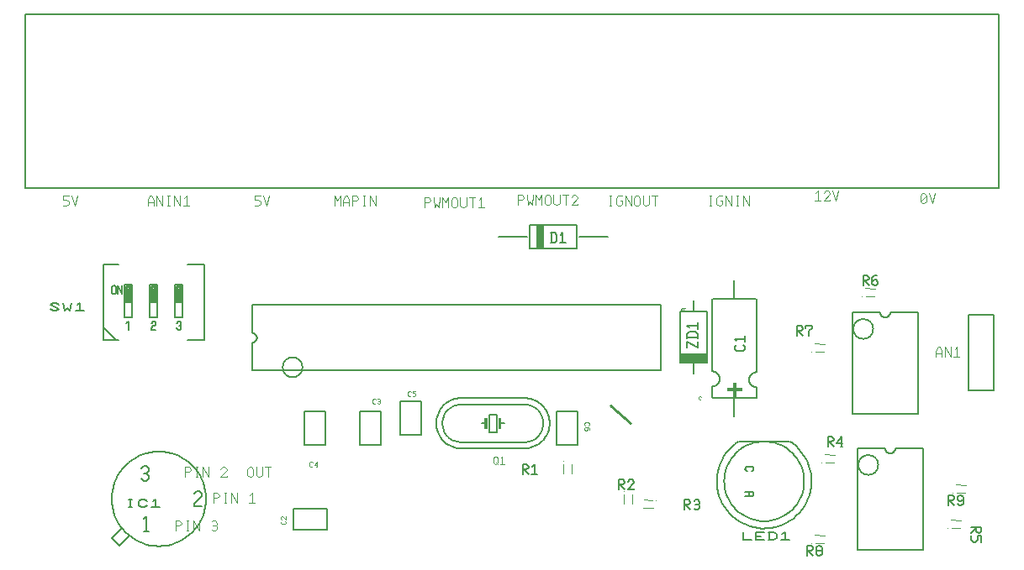
<source format=gto>
G04 Generated by Ultiboard 13.0 *
%FSLAX25Y25*%
%MOIN*%

%ADD10C,0.00001*%
%ADD11C,0.00800*%
%ADD12C,0.00463*%
%ADD13C,0.00591*%
%ADD14C,0.00394*%
%ADD15C,0.00219*%
%ADD16C,0.01000*%
%ADD17C,0.00004*%
%ADD18C,0.00612*%
%ADD19C,0.00367*%
%ADD20C,0.00787*%
%ADD21C,0.00005*%
%ADD22C,0.00189*%
%ADD23C,0.00100*%


G04 ColorRGB FFFF00 for the following layer *
%LNSilkscreen Top*%
%LPD*%
G54D10*
G54D11*
X146898Y171008D02*
X309102Y171008D01*
X309102Y196992D01*
X146898Y196992D01*
X159063Y172253D02*
G75*
D01*
G02X159063Y172253I3937J0*
G01*
X146898Y182031D02*
X147069Y182039D01*
X147239Y182061D01*
X147407Y182099D01*
X147571Y182150D01*
X147730Y182216D01*
X147882Y182295D01*
X148027Y182387D01*
X148163Y182492D01*
X148290Y182608D01*
X148406Y182735D01*
X148510Y182871D01*
X148602Y183016D01*
X148682Y183168D01*
X148747Y183327D01*
X148799Y183491D01*
X148836Y183658D01*
X148859Y183828D01*
X148866Y184000D01*
X148859Y184172D01*
X148836Y184342D01*
X148799Y184509D01*
X148747Y184673D01*
X148682Y184832D01*
X148602Y184984D01*
X148510Y185129D01*
X148406Y185265D01*
X148290Y185392D01*
X148163Y185508D01*
X148027Y185613D01*
X147882Y185705D01*
X147730Y185784D01*
X147571Y185850D01*
X147407Y185901D01*
X147239Y185939D01*
X147069Y185961D01*
X146898Y185969D01*
X146898Y196992D02*
X146898Y185969D01*
X146898Y182031D02*
X146898Y171008D01*
X254917Y160000D02*
X229917Y160000D01*
X254917Y157500D02*
X229917Y157500D01*
X254917Y142500D02*
X229917Y142500D01*
X254917Y140000D02*
X229917Y140000D01*
X243917Y153500D02*
X240917Y153500D01*
X240917Y146500D02*
X243917Y146500D01*
X254917Y140000D02*
X255788Y140038D01*
X256653Y140152D01*
X257505Y140341D01*
X258337Y140603D01*
X259143Y140937D01*
X259917Y141340D01*
X260652Y141808D01*
X261344Y142340D01*
X261988Y142929D01*
X262577Y143572D01*
X263108Y144264D01*
X263577Y145000D01*
X263980Y145774D01*
X264313Y146580D01*
X264576Y147412D01*
X264765Y148264D01*
X264878Y149128D01*
X264917Y150000D01*
X264878Y150872D01*
X264765Y151736D01*
X264576Y152588D01*
X264313Y153420D01*
X263980Y154226D01*
X263577Y155000D01*
X263108Y155736D01*
X262577Y156428D01*
X261988Y157071D01*
X261344Y157660D01*
X260652Y158192D01*
X259917Y158660D01*
X259143Y159063D01*
X258337Y159397D01*
X257505Y159659D01*
X256653Y159848D01*
X255788Y159962D01*
X254917Y160000D01*
X254917Y160000D01*
X254917Y142500D02*
X255570Y142529D01*
X256219Y142614D01*
X256858Y142756D01*
X257482Y142952D01*
X258086Y143203D01*
X258667Y143505D01*
X259218Y143856D01*
X259737Y144255D01*
X260220Y144697D01*
X260662Y145179D01*
X261060Y145698D01*
X261412Y146250D01*
X261714Y146830D01*
X261964Y147435D01*
X262161Y148059D01*
X262303Y148698D01*
X262388Y149346D01*
X262417Y150000D01*
X262388Y150654D01*
X262303Y151302D01*
X262161Y151941D01*
X261964Y152565D01*
X261714Y153170D01*
X261412Y153750D01*
X261060Y154302D01*
X260662Y154821D01*
X260220Y155303D01*
X259737Y155745D01*
X259218Y156144D01*
X258667Y156495D01*
X258086Y156797D01*
X257482Y157048D01*
X256858Y157244D01*
X256219Y157386D01*
X255570Y157471D01*
X254917Y157500D01*
X254917Y157500D01*
X243917Y146500D02*
X243917Y153500D01*
X244917Y152000D02*
X244917Y148000D01*
X245417Y148000D02*
X245417Y152000D01*
X245417Y150000D02*
X246917Y150000D01*
X229917Y160000D02*
X229045Y159962D01*
X228180Y159848D01*
X227328Y159659D01*
X226496Y159397D01*
X225690Y159063D01*
X224917Y158660D01*
X224181Y158192D01*
X223489Y157660D01*
X222845Y157071D01*
X222256Y156428D01*
X221725Y155736D01*
X221256Y155000D01*
X220853Y154226D01*
X220520Y153420D01*
X220257Y152588D01*
X220068Y151736D01*
X219955Y150872D01*
X219917Y150000D01*
X219955Y149128D01*
X220068Y148264D01*
X220257Y147412D01*
X220520Y146580D01*
X220853Y145774D01*
X221256Y145000D01*
X221725Y144264D01*
X222256Y143572D01*
X222845Y142929D01*
X223489Y142340D01*
X224181Y141808D01*
X224917Y141340D01*
X225690Y140937D01*
X226496Y140603D01*
X227328Y140341D01*
X228180Y140152D01*
X229045Y140038D01*
X229917Y140000D01*
X229917Y140000D01*
X229917Y157500D02*
X229263Y157471D01*
X228614Y157386D01*
X227975Y157244D01*
X227351Y157048D01*
X226747Y156797D01*
X226167Y156495D01*
X225615Y156144D01*
X225096Y155745D01*
X224613Y155303D01*
X224171Y154821D01*
X223773Y154302D01*
X223421Y153750D01*
X223119Y153170D01*
X222869Y152565D01*
X222672Y151941D01*
X222530Y151302D01*
X222445Y150654D01*
X222417Y150000D01*
X222445Y149346D01*
X222530Y148698D01*
X222672Y148059D01*
X222869Y147435D01*
X223119Y146830D01*
X223421Y146250D01*
X223773Y145698D01*
X224171Y145179D01*
X224613Y144697D01*
X225096Y144255D01*
X225615Y143856D01*
X226167Y143505D01*
X226747Y143203D01*
X227351Y142952D01*
X227975Y142756D01*
X228614Y142614D01*
X229263Y142529D01*
X229917Y142500D01*
X229917Y142500D01*
X240917Y146500D02*
X240917Y153500D01*
X239917Y148000D02*
X239917Y152000D01*
X239417Y148000D02*
X239417Y152000D01*
X239417Y150000D02*
X237917Y150000D01*
X327315Y194512D02*
X316685Y194512D01*
X316685Y174039D02*
X327315Y174039D01*
X322000Y174000D02*
X322000Y169906D01*
X322000Y194709D02*
X322000Y198646D01*
X327315Y174039D02*
X327315Y194512D01*
X316685Y194512D02*
X316685Y174039D01*
X347055Y160205D02*
X329732Y160205D01*
X329732Y199575D02*
X346661Y199575D01*
X338000Y159937D02*
X338000Y152724D01*
X338000Y206661D02*
X338000Y199575D01*
X347055Y170835D02*
X347055Y199575D01*
X347012Y164315D02*
X347012Y160315D01*
X347012Y170315D02*
X346750Y170304D01*
X346491Y170269D01*
X346235Y170213D01*
X345986Y170134D01*
X345744Y170034D01*
X345512Y169913D01*
X345291Y169772D01*
X345083Y169613D01*
X344890Y169436D01*
X344714Y169243D01*
X344554Y169036D01*
X344414Y168815D01*
X344293Y168583D01*
X344193Y168341D01*
X344114Y168091D01*
X344057Y167836D01*
X344023Y167576D01*
X344012Y167315D01*
X344023Y167053D01*
X344057Y166794D01*
X344114Y166539D01*
X344193Y166289D01*
X344293Y166047D01*
X344414Y165815D01*
X344554Y165594D01*
X344714Y165387D01*
X344890Y165194D01*
X345083Y165017D01*
X345291Y164858D01*
X345512Y164717D01*
X345744Y164596D01*
X345986Y164496D01*
X346235Y164417D01*
X346491Y164361D01*
X346750Y164326D01*
X347012Y164315D01*
X329339Y170835D02*
X329339Y199575D01*
X329339Y160535D02*
X329339Y164535D01*
X329339Y164685D02*
X329600Y164696D01*
X329860Y164731D01*
X330115Y164787D01*
X330365Y164866D01*
X330606Y164966D01*
X330839Y165087D01*
X331059Y165228D01*
X331267Y165387D01*
X331460Y165564D01*
X331637Y165757D01*
X331796Y165964D01*
X331937Y166185D01*
X332058Y166417D01*
X332158Y166659D01*
X332236Y166909D01*
X332293Y167164D01*
X332327Y167424D01*
X332339Y167685D01*
X332327Y167947D01*
X332293Y168206D01*
X332236Y168461D01*
X332158Y168711D01*
X332058Y168953D01*
X331937Y169185D01*
X331796Y169406D01*
X331637Y169613D01*
X331460Y169806D01*
X331267Y169983D01*
X331059Y170142D01*
X330839Y170283D01*
X330606Y170404D01*
X330365Y170504D01*
X330115Y170583D01*
X329860Y170639D01*
X329600Y170674D01*
X329339Y170685D01*
X341556Y106702D02*
X341556Y103726D01*
X344889Y103726D01*
X349889Y103726D02*
X346556Y103726D01*
X346556Y105214D01*
X346556Y106702D01*
X349889Y106702D01*
X346556Y105214D02*
X348778Y105214D01*
X351556Y103726D02*
X353778Y103726D01*
X354889Y104321D01*
X354889Y106107D01*
X353778Y106702D01*
X351556Y106702D01*
X352111Y106702D02*
X352111Y103726D01*
X357111Y106107D02*
X358222Y106702D01*
X358222Y103726D01*
X356556Y103726D02*
X359889Y103726D01*
X339788Y142725D02*
X338456Y141775D01*
X337213Y140713D01*
X336066Y139546D01*
X335026Y138284D01*
X334099Y136936D01*
X333294Y135512D01*
X332615Y134024D01*
X332069Y132482D01*
X331660Y130898D01*
X331390Y129285D01*
X331261Y127654D01*
X331276Y126019D01*
X331432Y124391D01*
X331731Y122782D01*
X332168Y121206D01*
X332741Y119674D01*
X333445Y118197D01*
X334275Y116788D01*
X335225Y115456D01*
X336287Y114213D01*
X337454Y113066D01*
X338716Y112026D01*
X340064Y111099D01*
X341488Y110294D01*
X342976Y109615D01*
X344518Y109069D01*
X346102Y108660D01*
X347715Y108390D01*
X349346Y108261D01*
X350981Y108276D01*
X352609Y108432D01*
X354218Y108731D01*
X355794Y109168D01*
X357326Y109741D01*
X358803Y110445D01*
X360212Y111275D01*
X361544Y112225D01*
X362787Y113287D01*
X363934Y114454D01*
X364974Y115716D01*
X365901Y117064D01*
X366706Y118488D01*
X367385Y119976D01*
X367931Y121518D01*
X368340Y123102D01*
X368610Y124715D01*
X368739Y126346D01*
X368724Y127981D01*
X368568Y129609D01*
X368269Y131218D01*
X367832Y132794D01*
X367259Y134326D01*
X366555Y135803D01*
X365725Y137212D01*
X364775Y138544D01*
X363713Y139787D01*
X362546Y140934D01*
X361284Y141974D01*
X360212Y142725D01*
X350000Y111167D02*
X351380Y111227D01*
X352749Y111407D01*
X354098Y111706D01*
X355415Y112122D01*
X356691Y112650D01*
X357917Y113288D01*
X359082Y114030D01*
X360177Y114871D01*
X361196Y115804D01*
X362129Y116823D01*
X362970Y117918D01*
X363712Y119083D01*
X364350Y120309D01*
X364878Y121585D01*
X365294Y122902D01*
X365593Y124251D01*
X365773Y125620D01*
X365833Y127000D01*
X365773Y128380D01*
X365593Y129749D01*
X365294Y131098D01*
X364878Y132415D01*
X364350Y133691D01*
X363712Y134917D01*
X362970Y136082D01*
X362129Y137177D01*
X361196Y138196D01*
X360177Y139129D01*
X359082Y139970D01*
X357917Y140712D01*
X356691Y141350D01*
X355415Y141878D01*
X354098Y142294D01*
X352749Y142593D01*
X351380Y142773D01*
X350000Y142833D01*
X348620Y142773D01*
X347251Y142593D01*
X345902Y142294D01*
X344585Y141878D01*
X343309Y141350D01*
X342083Y140712D01*
X340918Y139970D01*
X339823Y139129D01*
X338804Y138196D01*
X337871Y137177D01*
X337030Y136082D01*
X336288Y134917D01*
X335650Y133691D01*
X335122Y132415D01*
X334706Y131098D01*
X334407Y129749D01*
X334227Y128380D01*
X334167Y127000D01*
X334227Y125620D01*
X334407Y124251D01*
X334706Y122902D01*
X335122Y121585D01*
X335650Y120309D01*
X336288Y119083D01*
X337030Y117918D01*
X337871Y116823D01*
X338804Y115804D01*
X339823Y114871D01*
X340918Y114030D01*
X342083Y113288D01*
X343309Y112650D01*
X344585Y112122D01*
X345902Y111706D01*
X347251Y111407D01*
X348620Y111227D01*
X350000Y111167D01*
X344167Y122833D02*
X344167Y121167D01*
X345000Y121167D02*
X345073Y121170D01*
X345145Y121179D01*
X345216Y121195D01*
X345285Y121217D01*
X345352Y121245D01*
X345417Y121278D01*
X345478Y121317D01*
X345536Y121362D01*
X345589Y121411D01*
X345638Y121464D01*
X345683Y121522D01*
X345722Y121583D01*
X345755Y121648D01*
X345783Y121715D01*
X345805Y121784D01*
X345821Y121855D01*
X345830Y121927D01*
X345833Y122000D01*
X345830Y122073D01*
X345821Y122145D01*
X345805Y122216D01*
X345783Y122285D01*
X345755Y122352D01*
X345722Y122417D01*
X345683Y122478D01*
X345638Y122536D01*
X345589Y122589D01*
X345536Y122638D01*
X345478Y122683D01*
X345417Y122722D01*
X345352Y122755D01*
X345285Y122783D01*
X345216Y122805D01*
X345145Y122821D01*
X345073Y122830D01*
X345000Y122833D01*
X360000Y142833D02*
X340000Y142833D01*
X342500Y122833D02*
X345000Y122833D01*
X343333Y132833D02*
X343261Y132830D01*
X343189Y132821D01*
X343118Y132805D01*
X343048Y132783D01*
X342981Y132755D01*
X342917Y132722D01*
X342855Y132683D01*
X342798Y132638D01*
X342744Y132589D01*
X342695Y132536D01*
X342651Y132478D01*
X342612Y132417D01*
X342578Y132352D01*
X342550Y132285D01*
X342529Y132216D01*
X342513Y132145D01*
X342503Y132073D01*
X342500Y132000D01*
X342503Y131927D01*
X342513Y131855D01*
X342529Y131784D01*
X342550Y131715D01*
X342578Y131648D01*
X342612Y131583D01*
X342651Y131522D01*
X342695Y131464D01*
X342744Y131411D01*
X342798Y131362D01*
X342855Y131317D01*
X342917Y131278D01*
X342981Y131245D01*
X343048Y131217D01*
X343118Y131195D01*
X343189Y131179D01*
X343261Y131170D01*
X343333Y131167D01*
X343333Y131167D01*
X343333Y132833D02*
X345000Y132833D01*
X345000Y131167D02*
X345073Y131170D01*
X345145Y131179D01*
X345216Y131195D01*
X345285Y131217D01*
X345352Y131245D01*
X345417Y131278D01*
X345478Y131317D01*
X345536Y131362D01*
X345589Y131411D01*
X345638Y131464D01*
X345683Y131522D01*
X345722Y131583D01*
X345755Y131648D01*
X345783Y131715D01*
X345805Y131784D01*
X345821Y131855D01*
X345830Y131927D01*
X345833Y132000D01*
X345830Y132073D01*
X345821Y132145D01*
X345805Y132216D01*
X345783Y132285D01*
X345755Y132352D01*
X345722Y132417D01*
X345683Y132478D01*
X345638Y132536D01*
X345589Y132589D01*
X345536Y132638D01*
X345478Y132683D01*
X345417Y132722D01*
X345352Y132755D01*
X345285Y132783D01*
X345216Y132805D01*
X345145Y132821D01*
X345073Y132830D01*
X345000Y132833D01*
X342500Y121167D02*
X345000Y121167D01*
X387008Y140079D02*
X387008Y99921D01*
X412992Y99921D01*
X412992Y140079D01*
X387348Y133468D02*
G75*
D01*
G02X387348Y133468I3937J0*
G01*
X398031Y140079D02*
X398039Y139907D01*
X398061Y139737D01*
X398099Y139569D01*
X398150Y139405D01*
X398216Y139247D01*
X398295Y139094D01*
X398387Y138950D01*
X398492Y138813D01*
X398608Y138687D01*
X398735Y138571D01*
X398871Y138466D01*
X399016Y138374D01*
X399168Y138295D01*
X399327Y138229D01*
X399491Y138177D01*
X399658Y138140D01*
X399828Y138118D01*
X400000Y138110D01*
X400172Y138118D01*
X400342Y138140D01*
X400509Y138177D01*
X400673Y138229D01*
X400832Y138295D01*
X400984Y138374D01*
X401129Y138466D01*
X401265Y138571D01*
X401392Y138687D01*
X401508Y138813D01*
X401613Y138950D01*
X401705Y139094D01*
X401784Y139247D01*
X401850Y139405D01*
X401901Y139569D01*
X401939Y139737D01*
X401961Y139907D01*
X401969Y140079D01*
X412992Y140079D02*
X401969Y140079D01*
X398031Y140079D02*
X387008Y140079D01*
X385008Y194079D02*
X385008Y153921D01*
X410992Y153921D01*
X410992Y194079D01*
X385348Y187468D02*
G75*
D01*
G02X385348Y187468I3937J0*
G01*
X396031Y194079D02*
X396039Y193907D01*
X396061Y193737D01*
X396099Y193569D01*
X396150Y193405D01*
X396216Y193247D01*
X396295Y193094D01*
X396387Y192950D01*
X396492Y192813D01*
X396608Y192687D01*
X396735Y192571D01*
X396871Y192466D01*
X397016Y192374D01*
X397168Y192295D01*
X397327Y192229D01*
X397491Y192177D01*
X397658Y192140D01*
X397828Y192118D01*
X398000Y192110D01*
X398172Y192118D01*
X398342Y192140D01*
X398509Y192177D01*
X398673Y192229D01*
X398832Y192295D01*
X398984Y192374D01*
X399129Y192466D01*
X399265Y192571D01*
X399392Y192687D01*
X399508Y192813D01*
X399613Y192950D01*
X399705Y193094D01*
X399784Y193247D01*
X399850Y193405D01*
X399901Y193569D01*
X399939Y193737D01*
X399961Y193907D01*
X399969Y194079D01*
X410992Y194079D02*
X399969Y194079D01*
X396031Y194079D02*
X385008Y194079D01*
X57087Y243472D02*
X442913Y243472D01*
X442913Y312528D01*
X57087Y312528D01*
X57087Y243472D01*
X431000Y193000D02*
X431000Y163000D01*
X441000Y163000D01*
X441000Y193000D01*
X431000Y193000D01*
X67056Y195321D02*
X68167Y194726D01*
X69278Y194726D01*
X70389Y195321D01*
X67056Y197107D01*
X68167Y197702D01*
X69278Y197702D01*
X70389Y197107D01*
X72056Y197702D02*
X72611Y194726D01*
X73722Y195917D01*
X74833Y194726D01*
X75389Y197702D01*
X77611Y197107D02*
X78722Y197702D01*
X78722Y194726D01*
X77056Y194726D02*
X80389Y194726D01*
X98000Y199000D02*
X98000Y203500D01*
X98000Y187167D02*
X98000Y190500D01*
X97167Y189667D01*
X96500Y192000D02*
X99500Y192000D01*
X97000Y198000D02*
X99000Y198000D01*
X97000Y198500D02*
X98500Y198500D01*
X97500Y199000D02*
X98000Y199000D01*
X99500Y205000D02*
X96500Y205000D01*
X99000Y204500D02*
X97000Y204500D01*
X98500Y204000D02*
X97500Y204000D01*
X94167Y213000D02*
X88000Y213000D01*
X88000Y183000D01*
X96500Y205000D02*
X96500Y192000D01*
X88000Y183000D02*
X94167Y183000D01*
X88000Y188000D02*
X93000Y183000D01*
X93000Y203833D02*
X92997Y203906D01*
X92987Y203978D01*
X92971Y204049D01*
X92950Y204118D01*
X92922Y204186D01*
X92888Y204250D01*
X92849Y204311D01*
X92805Y204369D01*
X92756Y204423D01*
X92702Y204472D01*
X92645Y204516D01*
X92583Y204555D01*
X92519Y204589D01*
X92452Y204617D01*
X92382Y204638D01*
X92311Y204654D01*
X92239Y204664D01*
X92167Y204667D01*
X92094Y204664D01*
X92022Y204654D01*
X91951Y204638D01*
X91882Y204617D01*
X91814Y204589D01*
X91750Y204555D01*
X91689Y204516D01*
X91631Y204472D01*
X91577Y204423D01*
X91528Y204369D01*
X91484Y204311D01*
X91445Y204250D01*
X91411Y204186D01*
X91383Y204118D01*
X91362Y204049D01*
X91346Y203978D01*
X91336Y203906D01*
X91333Y203833D01*
X91333Y202167D02*
X91336Y202094D01*
X91346Y202022D01*
X91362Y201951D01*
X91383Y201882D01*
X91411Y201814D01*
X91445Y201750D01*
X91484Y201689D01*
X91528Y201631D01*
X91577Y201577D01*
X91631Y201528D01*
X91689Y201484D01*
X91750Y201445D01*
X91814Y201411D01*
X91882Y201383D01*
X91951Y201362D01*
X92022Y201346D01*
X92094Y201336D01*
X92167Y201333D01*
X92239Y201336D01*
X92311Y201346D01*
X92382Y201362D01*
X92452Y201383D01*
X92519Y201411D01*
X92583Y201445D01*
X92645Y201484D01*
X92702Y201528D01*
X92756Y201577D01*
X92805Y201631D01*
X92849Y201689D01*
X92888Y201750D01*
X92922Y201814D01*
X92950Y201882D01*
X92971Y201951D01*
X92987Y202022D01*
X92997Y202094D01*
X93000Y202167D01*
X91333Y202167D02*
X91333Y203833D01*
X97000Y204500D02*
X97000Y198500D01*
X97500Y204000D02*
X97500Y199000D01*
X95500Y204667D02*
X95500Y201333D01*
X93833Y201333D02*
X93833Y204667D01*
X95500Y201333D02*
X93833Y204667D01*
X93000Y203833D02*
X93000Y202167D01*
X128000Y213000D02*
X121333Y213000D01*
X128000Y183000D02*
X128000Y213000D01*
X99500Y192000D02*
X99500Y205000D01*
X106500Y205000D02*
X106500Y192000D01*
X109500Y192000D02*
X109500Y205000D01*
X108000Y188833D02*
X107927Y188830D01*
X107855Y188821D01*
X107784Y188805D01*
X107715Y188783D01*
X107648Y188755D01*
X107583Y188722D01*
X107522Y188683D01*
X107464Y188638D01*
X107411Y188589D01*
X107362Y188536D01*
X107317Y188478D01*
X107278Y188417D01*
X107245Y188352D01*
X107217Y188285D01*
X107195Y188216D01*
X107179Y188145D01*
X107170Y188073D01*
X107167Y188000D01*
X108000Y188833D02*
X108073Y188836D01*
X108145Y188846D01*
X108216Y188862D01*
X108285Y188883D01*
X108352Y188911D01*
X108417Y188945D01*
X108478Y188984D01*
X108536Y189028D01*
X108589Y189077D01*
X108638Y189131D01*
X108683Y189189D01*
X108722Y189250D01*
X108755Y189314D01*
X108783Y189382D01*
X108805Y189451D01*
X108821Y189522D01*
X108830Y189594D01*
X108833Y189667D01*
X108830Y189739D01*
X108821Y189811D01*
X108805Y189882D01*
X108783Y189952D01*
X108755Y190019D01*
X108722Y190083D01*
X108683Y190145D01*
X108638Y190202D01*
X108589Y190256D01*
X108536Y190305D01*
X108478Y190349D01*
X108417Y190388D01*
X108352Y190422D01*
X108285Y190450D01*
X108216Y190471D01*
X108145Y190487D01*
X108073Y190497D01*
X108000Y190500D01*
X107927Y190497D01*
X107855Y190487D01*
X107784Y190471D01*
X107715Y190450D01*
X107648Y190422D01*
X107583Y190388D01*
X107522Y190349D01*
X107464Y190305D01*
X107411Y190256D01*
X107362Y190202D01*
X107317Y190145D01*
X107278Y190083D01*
X107245Y190019D01*
X107217Y189952D01*
X107195Y189882D01*
X107179Y189811D01*
X107170Y189739D01*
X107167Y189667D01*
X108833Y187167D02*
X107167Y187167D01*
X107167Y188000D01*
X106500Y192000D02*
X109500Y192000D01*
X107000Y204500D02*
X107000Y198500D01*
X107500Y204000D02*
X107500Y199000D01*
X107000Y198000D02*
X109000Y198000D01*
X107000Y198500D02*
X108500Y198500D01*
X107500Y199000D02*
X108000Y199000D01*
X109500Y205000D02*
X106500Y205000D01*
X109000Y204500D02*
X107000Y204500D01*
X108500Y204000D02*
X107500Y204000D01*
X99000Y198000D02*
X99000Y204500D01*
X98500Y198500D02*
X98500Y204000D01*
X109000Y198000D02*
X109000Y204500D01*
X108500Y198500D02*
X108500Y204000D01*
X108000Y199000D02*
X108000Y203500D01*
X119500Y192000D02*
X119500Y205000D01*
X116500Y205000D02*
X116500Y192000D01*
X121333Y183000D02*
X128000Y183000D01*
X116500Y192000D02*
X119500Y192000D01*
X117167Y188000D02*
X117170Y187927D01*
X117179Y187855D01*
X117195Y187784D01*
X117217Y187715D01*
X117245Y187648D01*
X117278Y187583D01*
X117317Y187522D01*
X117362Y187464D01*
X117411Y187411D01*
X117464Y187362D01*
X117522Y187317D01*
X117583Y187278D01*
X117648Y187245D01*
X117715Y187217D01*
X117784Y187195D01*
X117855Y187179D01*
X117927Y187170D01*
X118000Y187167D01*
X118073Y187170D01*
X118145Y187179D01*
X118216Y187195D01*
X118285Y187217D01*
X118352Y187245D01*
X118417Y187278D01*
X118478Y187317D01*
X118536Y187362D01*
X118589Y187411D01*
X118638Y187464D01*
X118683Y187522D01*
X118722Y187583D01*
X118755Y187648D01*
X118783Y187715D01*
X118805Y187784D01*
X118821Y187855D01*
X118830Y187927D01*
X118833Y188000D01*
X118830Y188073D01*
X118821Y188145D01*
X118805Y188216D01*
X118783Y188285D01*
X118755Y188352D01*
X118722Y188417D01*
X118683Y188478D01*
X118638Y188536D01*
X118589Y188589D01*
X118536Y188638D01*
X118478Y188683D01*
X118417Y188722D01*
X118352Y188755D01*
X118285Y188783D01*
X118216Y188805D01*
X118145Y188821D01*
X118073Y188830D01*
X118000Y188833D01*
X118073Y188836D01*
X118145Y188846D01*
X118216Y188862D01*
X118285Y188883D01*
X118352Y188911D01*
X118417Y188945D01*
X118478Y188984D01*
X118536Y189028D01*
X118589Y189077D01*
X118638Y189131D01*
X118683Y189189D01*
X118722Y189250D01*
X118755Y189314D01*
X118783Y189382D01*
X118805Y189451D01*
X118821Y189522D01*
X118830Y189594D01*
X118833Y189667D01*
X118830Y189739D01*
X118821Y189811D01*
X118805Y189882D01*
X118783Y189952D01*
X118755Y190019D01*
X118722Y190083D01*
X118683Y190145D01*
X118638Y190202D01*
X118589Y190256D01*
X118536Y190305D01*
X118478Y190349D01*
X118417Y190388D01*
X118352Y190422D01*
X118285Y190450D01*
X118216Y190471D01*
X118145Y190487D01*
X118073Y190497D01*
X118000Y190500D01*
X117927Y190497D01*
X117855Y190487D01*
X117784Y190471D01*
X117715Y190450D01*
X117648Y190422D01*
X117583Y190388D01*
X117522Y190349D01*
X117464Y190305D01*
X117411Y190256D01*
X117362Y190202D01*
X117317Y190145D01*
X117278Y190083D01*
X117245Y190019D01*
X117217Y189952D01*
X117195Y189882D01*
X117179Y189811D01*
X117170Y189739D01*
X117167Y189667D01*
X119000Y198000D02*
X119000Y204500D01*
X117000Y204500D02*
X117000Y198500D01*
X118500Y198500D02*
X118500Y204000D01*
X117500Y204000D02*
X117500Y199000D01*
X118000Y199000D02*
X118000Y203500D01*
X117000Y198000D02*
X119000Y198000D01*
X117000Y198500D02*
X118500Y198500D01*
X117500Y199000D02*
X118000Y199000D01*
X119500Y205000D02*
X116500Y205000D01*
X119000Y204500D02*
X117000Y204500D01*
X118500Y204000D02*
X117500Y204000D01*
X163333Y116167D02*
X176667Y116167D01*
X176667Y107833D02*
X163333Y107833D01*
X163333Y116167D01*
X176667Y116167D02*
X176667Y107833D01*
X198167Y154667D02*
X198167Y141333D01*
X189833Y141333D02*
X189833Y154667D01*
X198167Y154667D01*
X198167Y141333D02*
X189833Y141333D01*
X176167Y154667D02*
X176167Y141333D01*
X167833Y141333D02*
X167833Y154667D01*
X176167Y154667D01*
X176167Y141333D02*
X167833Y141333D01*
X205833Y145333D02*
X205833Y158667D01*
X214167Y158667D02*
X214167Y145333D01*
X205833Y145333D01*
X205833Y158667D02*
X214167Y158667D01*
X276167Y154667D02*
X276167Y141333D01*
X267833Y141333D02*
X267833Y154667D01*
X276167Y154667D01*
X276167Y141333D02*
X267833Y141333D01*
X98167Y116726D02*
X99278Y116726D01*
X98167Y119702D02*
X99278Y119702D01*
X98722Y116726D02*
X98722Y119702D01*
X105389Y117321D02*
X104278Y116726D01*
X103167Y116726D01*
X102056Y117321D01*
X102056Y119107D01*
X103167Y119702D01*
X104278Y119702D01*
X105389Y119107D01*
X107611Y119107D02*
X108722Y119702D01*
X108722Y116726D01*
X107056Y116726D02*
X110389Y116726D01*
X128750Y120000D02*
X128679Y121634D01*
X128465Y123256D01*
X128111Y124853D01*
X127619Y126413D01*
X126993Y127924D01*
X126238Y129375D01*
X125359Y130755D01*
X124363Y132052D01*
X123258Y133258D01*
X122052Y134363D01*
X120755Y135359D01*
X119375Y136238D01*
X117924Y136993D01*
X116413Y137619D01*
X114853Y138111D01*
X113256Y138465D01*
X111634Y138679D01*
X110000Y138750D01*
X108366Y138679D01*
X106744Y138465D01*
X105147Y138111D01*
X103587Y137619D01*
X102076Y136993D01*
X100625Y136238D01*
X99245Y135359D01*
X97948Y134363D01*
X96742Y133258D01*
X95637Y132052D01*
X94641Y130755D01*
X93762Y129375D01*
X93007Y127924D01*
X92381Y126413D01*
X91889Y124853D01*
X91535Y123256D01*
X91321Y121634D01*
X91250Y120000D01*
X91321Y118366D01*
X91535Y116744D01*
X91889Y115147D01*
X92381Y113587D01*
X93007Y112076D01*
X93762Y110625D01*
X94641Y109245D01*
X95637Y107948D01*
X96742Y106742D01*
X97948Y105637D01*
X99245Y104641D01*
X100625Y103762D01*
X102076Y103007D01*
X103587Y102381D01*
X105147Y101889D01*
X106744Y101535D01*
X108366Y101321D01*
X110000Y101250D01*
X111634Y101321D01*
X113256Y101535D01*
X114853Y101889D01*
X116413Y102381D01*
X117924Y103007D01*
X119375Y103762D01*
X120755Y104641D01*
X122052Y105637D01*
X123258Y106742D01*
X124363Y107948D01*
X125359Y109245D01*
X126238Y110625D01*
X126993Y112076D01*
X127619Y113587D01*
X128111Y115147D01*
X128465Y116744D01*
X128679Y118366D01*
X128750Y120000D01*
X91500Y104500D02*
X94500Y101500D01*
X98333Y105333D01*
X95333Y108333D02*
X91500Y104500D01*
X124000Y118000D02*
X124000Y117000D01*
X105000Y107000D02*
X105000Y113000D01*
X104000Y112000D01*
X106000Y107000D02*
X104000Y107000D01*
X124000Y117000D02*
X127000Y117000D01*
X103000Y132000D02*
X104000Y133000D01*
X105000Y133000D01*
X106000Y132000D01*
X106000Y131000D01*
X105000Y130000D01*
X106000Y129000D02*
X106000Y128000D01*
X105000Y130000D02*
X106000Y129000D01*
X104000Y127000D02*
X103000Y128000D01*
X106000Y128000D02*
X105000Y127000D01*
X104000Y127000D01*
X105000Y130000D02*
X104000Y130000D01*
X127000Y121000D02*
X124000Y118000D01*
X124000Y122000D02*
X125000Y123000D01*
X126000Y123000D02*
X127000Y122000D01*
X125000Y123000D02*
X126000Y123000D01*
X127000Y122000D02*
X127000Y121000D01*
G54D12*
X242630Y134488D02*
X243222Y133893D01*
X243815Y133893D01*
X244407Y134488D01*
X244407Y136274D01*
X243815Y136869D01*
X243222Y136869D01*
X242630Y136274D01*
X242630Y134488D01*
X243815Y134488D02*
X244407Y133893D01*
X245593Y136274D02*
X246185Y136869D01*
X246185Y133893D01*
X245296Y133893D02*
X247074Y133893D01*
G54D13*
X319422Y179971D02*
X319422Y182491D01*
X323640Y179971D01*
X323640Y182491D01*
X323640Y183751D02*
X323640Y185430D01*
X322796Y186270D01*
X320265Y186270D01*
X319422Y185430D01*
X319422Y183751D01*
X319422Y184171D02*
X323640Y184171D01*
X320265Y187950D02*
X319422Y188790D01*
X323640Y188790D01*
X323640Y187530D02*
X323640Y190050D01*
G54D14*
G36*
X316898Y174497D02*
X316898Y177646D01*
X327225Y177646D01*
X327225Y174497D01*
X316898Y174497D01*
G37*
G54D15*
X324980Y159735D02*
X324700Y159453D01*
X324420Y159453D01*
X324140Y159735D01*
X324140Y160578D01*
X324420Y160859D01*
X324700Y160859D01*
X324980Y160578D01*
X318547Y194880D02*
X317703Y194880D01*
X317141Y195160D01*
X317141Y195440D01*
X317703Y195720D01*
X318547Y195720D01*
X318125Y194880D02*
X318125Y195720D01*
G54D16*
X289000Y157000D02*
X297000Y150000D01*
G54D17*
G36*
X337723Y166240D02*
X337723Y166240D01*
X338692Y160657D01*
X338692Y166240D01*
X337723Y166240D01*
D02*
G37*
X338692Y160657D01*
X338692Y166240D01*
X337723Y166240D01*
G36*
X338692Y160657D02*
X338692Y160657D01*
X337723Y166240D01*
X337723Y163939D01*
X338692Y160657D01*
D02*
G37*
X337723Y166240D01*
X337723Y163939D01*
X338692Y160657D01*
G36*
X337723Y163939D02*
X337723Y163939D01*
X337723Y162959D01*
X338692Y160657D01*
X337723Y163939D01*
D02*
G37*
X337723Y162959D01*
X338692Y160657D01*
X337723Y163939D01*
G36*
X337723Y162959D02*
X337723Y162959D01*
X337723Y163939D01*
X335422Y163939D01*
X337723Y162959D01*
D02*
G37*
X337723Y163939D01*
X335422Y163939D01*
X337723Y162959D01*
G36*
X335422Y163939D02*
X335422Y163939D01*
X335422Y162959D01*
X337723Y162959D01*
X335422Y163939D01*
D02*
G37*
X335422Y162959D01*
X337723Y162959D01*
X335422Y163939D01*
G36*
X338692Y162959D02*
X338692Y162959D01*
X341011Y162959D01*
X338692Y163939D01*
X338692Y162959D01*
D02*
G37*
X341011Y162959D01*
X338692Y163939D01*
X338692Y162959D01*
G36*
X338692Y162959D01*
X338692Y166240D01*
X338692Y162959D01*
D02*
G37*
X338692Y166240D01*
X338692Y162959D01*
G36*
X338692Y162959D01*
X338692Y166240D01*
X338692Y160657D01*
X338692Y162959D01*
D02*
G37*
X338692Y166240D01*
X338692Y160657D01*
X338692Y162959D01*
G36*
X338692Y163939D02*
X338692Y163939D01*
X341011Y162959D01*
X341011Y163939D01*
X338692Y163939D01*
D02*
G37*
X341011Y162959D01*
X341011Y163939D01*
X338692Y163939D01*
G36*
X338692Y160657D02*
X338692Y160657D01*
X337723Y162959D01*
X337723Y160657D01*
X338692Y160657D01*
D02*
G37*
X337723Y162959D01*
X337723Y160657D01*
X338692Y160657D01*
X294425Y123151D02*
X294425Y123151D01*
X307151Y119575D02*
X307151Y119575D01*
X368849Y178425D02*
X368849Y178425D01*
X388849Y200425D02*
X388849Y200425D01*
X270425Y135151D02*
X270425Y135151D01*
X372849Y134425D02*
X372849Y134425D01*
X422849Y108425D02*
X422849Y108425D01*
X368849Y102425D02*
X368849Y102425D01*
X424849Y122425D02*
X424849Y122425D01*
G54D18*
X341543Y181106D02*
X342331Y180322D01*
X342331Y179538D01*
X341543Y178754D01*
X339181Y178754D01*
X338394Y179538D01*
X338394Y180322D01*
X339181Y181106D01*
X339181Y182674D02*
X338394Y183458D01*
X342331Y183458D01*
X342331Y182282D02*
X342331Y184633D01*
X265392Y221669D02*
X266960Y221669D01*
X267744Y222457D01*
X267744Y224819D01*
X266960Y225606D01*
X265392Y225606D01*
X265784Y225606D02*
X265784Y221669D01*
X269311Y224819D02*
X270095Y225606D01*
X270095Y221669D01*
X268920Y221669D02*
X271271Y221669D01*
X292447Y123669D02*
X292447Y127606D01*
X294015Y127606D01*
X294799Y126819D01*
X294799Y126425D01*
X294015Y125638D01*
X292447Y125638D01*
X292839Y125638D02*
X294799Y123669D01*
X295975Y126819D02*
X296759Y127606D01*
X297542Y127606D01*
X298326Y126819D01*
X298326Y126425D01*
X295975Y123669D01*
X298326Y123669D01*
X298326Y124063D01*
X318447Y115669D02*
X318447Y119606D01*
X320015Y119606D01*
X320799Y118819D01*
X320799Y118425D01*
X320015Y117638D01*
X318447Y117638D01*
X318839Y117638D02*
X320799Y115669D01*
X322367Y119213D02*
X322759Y119606D01*
X323542Y119606D01*
X324326Y118819D01*
X324326Y118031D01*
X323934Y117638D01*
X324326Y117244D01*
X324326Y116457D01*
X323542Y115669D01*
X322759Y115669D01*
X322367Y116063D01*
X322759Y117638D02*
X323934Y117638D01*
X362975Y184669D02*
X362975Y188606D01*
X364542Y188606D01*
X365326Y187819D01*
X365326Y187425D01*
X364542Y186638D01*
X362975Y186638D01*
X363367Y186638D02*
X365326Y184669D01*
X367678Y184669D02*
X367678Y186638D01*
X368854Y187819D01*
X368854Y188606D01*
X366502Y188606D01*
X366502Y187819D01*
X389211Y204669D02*
X389211Y208606D01*
X390779Y208606D01*
X391563Y207819D01*
X391563Y207425D01*
X390779Y206638D01*
X389211Y206638D01*
X389603Y206638D02*
X391563Y204669D01*
X394698Y208606D02*
X393522Y208606D01*
X392738Y207819D01*
X392738Y206244D01*
X392738Y205457D01*
X393522Y204669D01*
X394306Y204669D01*
X395090Y205457D01*
X395090Y206244D01*
X394306Y207031D01*
X393522Y207031D01*
X392738Y206244D01*
X254211Y129669D02*
X254211Y133606D01*
X255779Y133606D01*
X256563Y132819D01*
X256563Y132425D01*
X255779Y131638D01*
X254211Y131638D01*
X254603Y131638D02*
X256563Y129669D01*
X258130Y132819D02*
X258914Y133606D01*
X258914Y129669D01*
X257738Y129669D02*
X260090Y129669D01*
X375211Y140669D02*
X375211Y144606D01*
X376779Y144606D01*
X377563Y143819D01*
X377563Y143425D01*
X376779Y142638D01*
X375211Y142638D01*
X375603Y142638D02*
X377563Y140669D01*
X381090Y142244D02*
X378738Y142244D01*
X380698Y144606D01*
X380698Y140669D01*
X380306Y140669D02*
X381090Y140669D01*
X432181Y108789D02*
X436118Y108789D01*
X436118Y107221D01*
X435331Y106437D01*
X434937Y106437D01*
X434150Y107221D01*
X434150Y108789D01*
X434150Y108397D02*
X432181Y106437D01*
X436118Y102910D02*
X436118Y105262D01*
X434543Y105262D01*
X434543Y103694D01*
X433756Y102910D01*
X432969Y102910D01*
X432181Y103694D01*
X432181Y105262D01*
X367067Y97464D02*
X367067Y101401D01*
X368635Y101401D01*
X369419Y100614D01*
X369419Y100220D01*
X368635Y99433D01*
X367067Y99433D01*
X367459Y99433D02*
X369419Y97464D01*
X372163Y97464D02*
X371379Y97464D01*
X370595Y98251D01*
X370595Y99039D01*
X370987Y99433D01*
X370595Y99826D01*
X370595Y100614D01*
X371379Y101401D01*
X372163Y101401D01*
X372947Y100614D01*
X372947Y99826D01*
X372555Y99433D01*
X372947Y99039D01*
X372947Y98251D01*
X372163Y97464D01*
X370987Y99433D02*
X372555Y99433D01*
X423067Y117464D02*
X423067Y121401D01*
X424635Y121401D01*
X425419Y120614D01*
X425419Y120220D01*
X424635Y119433D01*
X423067Y119433D01*
X423459Y119433D02*
X425419Y117464D01*
X426595Y118251D02*
X427379Y117464D01*
X428163Y117464D01*
X428947Y118251D01*
X428947Y119826D01*
X428947Y120614D01*
X428163Y121401D01*
X427379Y121401D01*
X426595Y120614D01*
X426595Y119826D01*
X427379Y119039D01*
X428163Y119039D01*
X428947Y119826D01*
G54D19*
X74216Y240362D02*
X71864Y240362D01*
X71864Y238787D01*
X73432Y238787D01*
X74216Y238000D01*
X74216Y237213D01*
X73432Y236425D01*
X71864Y236425D01*
X75392Y240362D02*
X76568Y236425D01*
X77744Y240362D01*
X370493Y241575D02*
X371276Y242362D01*
X371276Y238425D01*
X370101Y238425D02*
X372452Y238425D01*
X373628Y241575D02*
X374412Y242362D01*
X375196Y242362D01*
X375980Y241575D01*
X375980Y241181D01*
X373628Y238425D01*
X375980Y238425D01*
X375980Y238819D01*
X377156Y242362D02*
X378332Y238425D01*
X379507Y242362D01*
X411864Y240575D02*
X412648Y241362D01*
X413432Y241362D01*
X414216Y240575D01*
X414216Y238213D01*
X413432Y237425D01*
X412648Y237425D01*
X411864Y238213D01*
X411864Y240575D01*
X414216Y240575D02*
X411864Y238213D01*
X415392Y241362D02*
X416568Y237425D01*
X417744Y241362D01*
X418101Y176425D02*
X418101Y178787D01*
X418885Y180362D01*
X419668Y180362D01*
X420452Y178787D01*
X420452Y176425D01*
X418101Y177606D02*
X420452Y177606D01*
X421628Y176425D02*
X421628Y180362D01*
X423980Y176425D01*
X423980Y180362D01*
X425548Y179575D02*
X426332Y180362D01*
X426332Y176425D01*
X425156Y176425D02*
X427507Y176425D01*
X150216Y240362D02*
X147864Y240362D01*
X147864Y238787D01*
X149432Y238787D01*
X150216Y238000D01*
X150216Y237213D01*
X149432Y236425D01*
X147864Y236425D01*
X151392Y240362D02*
X152568Y236425D01*
X153744Y240362D01*
X105573Y236425D02*
X105573Y238787D01*
X106357Y240362D01*
X107141Y240362D01*
X107925Y238787D01*
X107925Y236425D01*
X105573Y237606D02*
X107925Y237606D01*
X109101Y236425D02*
X109101Y240362D01*
X111452Y236425D01*
X111452Y240362D01*
X113412Y236425D02*
X114196Y236425D01*
X113412Y240362D02*
X114196Y240362D01*
X113804Y236425D02*
X113804Y240362D01*
X116156Y236425D02*
X116156Y240362D01*
X118507Y236425D01*
X118507Y240362D01*
X120075Y239575D02*
X120859Y240362D01*
X120859Y236425D01*
X119683Y236425D02*
X122035Y236425D01*
X179573Y236425D02*
X179573Y240362D01*
X180749Y238394D01*
X181925Y240362D01*
X181925Y236425D01*
X183101Y236425D02*
X183101Y238787D01*
X183885Y240362D01*
X184668Y240362D01*
X185452Y238787D01*
X185452Y236425D01*
X183101Y237606D02*
X185452Y237606D01*
X186628Y236425D02*
X186628Y240362D01*
X188196Y240362D01*
X188980Y239575D01*
X188980Y239181D01*
X188196Y238394D01*
X186628Y238394D01*
X190940Y236425D02*
X191724Y236425D01*
X190940Y240362D02*
X191724Y240362D01*
X191332Y236425D02*
X191332Y240362D01*
X193683Y236425D02*
X193683Y240362D01*
X196035Y236425D01*
X196035Y240362D01*
X288593Y236425D02*
X289377Y236425D01*
X288593Y240362D02*
X289377Y240362D01*
X288985Y236425D02*
X288985Y240362D01*
X292905Y238394D02*
X293689Y238394D01*
X293689Y237213D01*
X292905Y236425D01*
X292121Y236425D01*
X291337Y237213D01*
X291337Y239575D01*
X292121Y240362D01*
X293689Y240362D01*
X294864Y236425D02*
X294864Y240362D01*
X297216Y236425D01*
X297216Y240362D01*
X298392Y237213D02*
X299176Y236425D01*
X299960Y236425D01*
X300744Y237213D01*
X300744Y239575D01*
X299960Y240362D01*
X299176Y240362D01*
X298392Y239575D01*
X298392Y237213D01*
X301920Y240362D02*
X301920Y237213D01*
X302703Y236425D01*
X303487Y236425D01*
X304271Y237213D01*
X304271Y240362D01*
X306623Y236425D02*
X306623Y240362D01*
X305447Y240362D02*
X307799Y240362D01*
X328357Y236425D02*
X329141Y236425D01*
X328357Y240362D02*
X329141Y240362D01*
X328749Y236425D02*
X328749Y240362D01*
X332668Y238394D02*
X333452Y238394D01*
X333452Y237213D01*
X332668Y236425D01*
X331885Y236425D01*
X331101Y237213D01*
X331101Y239575D01*
X331885Y240362D01*
X333452Y240362D01*
X334628Y236425D02*
X334628Y240362D01*
X336980Y236425D01*
X336980Y240362D01*
X338940Y236425D02*
X339724Y236425D01*
X338940Y240362D02*
X339724Y240362D01*
X339332Y236425D02*
X339332Y240362D01*
X341683Y236425D02*
X341683Y240362D01*
X344035Y236425D01*
X344035Y240362D01*
X131573Y118425D02*
X131573Y122362D01*
X133141Y122362D01*
X133925Y121575D01*
X133925Y121181D01*
X133141Y120394D01*
X131573Y120394D01*
X135885Y118425D02*
X136668Y118425D01*
X135885Y122362D02*
X136668Y122362D01*
X136276Y118425D02*
X136276Y122362D01*
X138628Y118425D02*
X138628Y122362D01*
X140980Y118425D01*
X140980Y122362D01*
X146075Y121575D02*
X146859Y122362D01*
X146859Y118425D01*
X145683Y118425D02*
X148035Y118425D01*
X116573Y107425D02*
X116573Y111362D01*
X118141Y111362D01*
X118925Y110575D01*
X118925Y110181D01*
X118141Y109394D01*
X116573Y109394D01*
X120885Y107425D02*
X121668Y107425D01*
X120885Y111362D02*
X121668Y111362D01*
X121276Y107425D02*
X121276Y111362D01*
X123628Y107425D02*
X123628Y111362D01*
X125980Y107425D01*
X125980Y111362D01*
X131075Y110969D02*
X131467Y111362D01*
X132251Y111362D01*
X133035Y110575D01*
X133035Y109787D01*
X132643Y109394D01*
X133035Y109000D01*
X133035Y108213D01*
X132251Y107425D01*
X131467Y107425D01*
X131075Y107819D01*
X131467Y109394D02*
X132643Y109394D01*
X215392Y235669D02*
X215392Y239606D01*
X216960Y239606D01*
X217744Y238819D01*
X217744Y238425D01*
X216960Y237638D01*
X215392Y237638D01*
X218920Y239606D02*
X219311Y235669D01*
X220095Y237244D01*
X220879Y235669D01*
X221271Y239606D01*
X222447Y235669D02*
X222447Y239606D01*
X223623Y237638D01*
X224799Y239606D01*
X224799Y235669D01*
X225975Y236457D02*
X226759Y235669D01*
X227542Y235669D01*
X228326Y236457D01*
X228326Y238819D01*
X227542Y239606D01*
X226759Y239606D01*
X225975Y238819D01*
X225975Y236457D01*
X229502Y239606D02*
X229502Y236457D01*
X230286Y235669D01*
X231070Y235669D01*
X231854Y236457D01*
X231854Y239606D01*
X234206Y235669D02*
X234206Y239606D01*
X233030Y239606D02*
X235381Y239606D01*
X236949Y238819D02*
X237733Y239606D01*
X237733Y235669D01*
X236557Y235669D02*
X238909Y235669D01*
X252392Y236669D02*
X252392Y240606D01*
X253960Y240606D01*
X254744Y239819D01*
X254744Y239425D01*
X253960Y238638D01*
X252392Y238638D01*
X255920Y240606D02*
X256311Y236669D01*
X257095Y238244D01*
X257879Y236669D01*
X258271Y240606D01*
X259447Y236669D02*
X259447Y240606D01*
X260623Y238638D01*
X261799Y240606D01*
X261799Y236669D01*
X262975Y237457D02*
X263759Y236669D01*
X264542Y236669D01*
X265326Y237457D01*
X265326Y239819D01*
X264542Y240606D01*
X263759Y240606D01*
X262975Y239819D01*
X262975Y237457D01*
X266502Y240606D02*
X266502Y237457D01*
X267286Y236669D01*
X268070Y236669D01*
X268854Y237457D01*
X268854Y240606D01*
X271206Y236669D02*
X271206Y240606D01*
X270030Y240606D02*
X272381Y240606D01*
X273557Y239819D02*
X274341Y240606D01*
X275125Y240606D01*
X275909Y239819D01*
X275909Y239425D01*
X273557Y236669D01*
X275909Y236669D01*
X275909Y237063D01*
X120392Y128669D02*
X120392Y132606D01*
X121960Y132606D01*
X122744Y131819D01*
X122744Y131425D01*
X121960Y130638D01*
X120392Y130638D01*
X124703Y128669D02*
X125487Y128669D01*
X124703Y132606D02*
X125487Y132606D01*
X125095Y128669D02*
X125095Y132606D01*
X127447Y128669D02*
X127447Y132606D01*
X129799Y128669D01*
X129799Y132606D01*
X134502Y131819D02*
X135286Y132606D01*
X136070Y132606D01*
X136854Y131819D01*
X136854Y131425D01*
X134502Y128669D01*
X136854Y128669D01*
X136854Y129063D01*
X145085Y129457D02*
X145869Y128669D01*
X146653Y128669D01*
X147437Y129457D01*
X147437Y131819D01*
X146653Y132606D01*
X145869Y132606D01*
X145085Y131819D01*
X145085Y129457D01*
X148612Y132606D02*
X148612Y129457D01*
X149396Y128669D01*
X150180Y128669D01*
X150964Y129457D01*
X150964Y132606D01*
X153316Y128669D02*
X153316Y132606D01*
X152140Y132606D02*
X154492Y132606D01*
G54D20*
X256142Y224000D02*
X244724Y224000D01*
X276614Y224000D02*
X288031Y224000D01*
X256929Y228724D02*
X275827Y228724D01*
X275827Y219276D01*
X256929Y219276D01*
X256929Y228724D01*
G54D21*
G36*
X259685Y219328D02*
X259685Y228772D01*
X262835Y228772D01*
X262835Y219328D01*
X259685Y219328D01*
G37*
G54D22*
X159988Y111251D02*
X160393Y110848D01*
X160393Y110445D01*
X159988Y110042D01*
X158774Y110042D01*
X158369Y110445D01*
X158369Y110848D01*
X158774Y111251D01*
X158774Y111855D02*
X158369Y112258D01*
X158369Y112661D01*
X158774Y113064D01*
X158976Y113064D01*
X160393Y111855D01*
X160393Y113064D01*
X160190Y113064D01*
X196037Y158179D02*
X195634Y157774D01*
X195231Y157774D01*
X194828Y158179D01*
X194828Y159393D01*
X195231Y159798D01*
X195634Y159798D01*
X196037Y159393D01*
X196842Y159595D02*
X197044Y159798D01*
X197447Y159798D01*
X197850Y159393D01*
X197850Y158988D01*
X197648Y158786D01*
X197850Y158583D01*
X197850Y158179D01*
X197447Y157774D01*
X197044Y157774D01*
X196842Y157976D01*
X197044Y158786D02*
X197648Y158786D01*
X170943Y133179D02*
X170540Y132774D01*
X170137Y132774D01*
X169734Y133179D01*
X169734Y134393D01*
X170137Y134798D01*
X170540Y134798D01*
X170943Y134393D01*
X172756Y133583D02*
X171548Y133583D01*
X172555Y134798D01*
X172555Y132774D01*
X172353Y132774D02*
X172756Y132774D01*
X210014Y161249D02*
X209611Y160844D01*
X209208Y160844D01*
X208805Y161249D01*
X208805Y162463D01*
X209208Y162868D01*
X209611Y162868D01*
X210014Y162463D01*
X211827Y162868D02*
X210618Y162868D01*
X210618Y162059D01*
X211424Y162059D01*
X211827Y161654D01*
X211827Y161249D01*
X211424Y160844D01*
X210618Y160844D01*
X279179Y149057D02*
X278774Y149460D01*
X278774Y149863D01*
X279179Y150266D01*
X280393Y150266D01*
X280798Y149863D01*
X280798Y149460D01*
X280393Y149057D01*
X280798Y147445D02*
X280798Y148050D01*
X280393Y148452D01*
X279583Y148452D01*
X279179Y148452D01*
X278774Y148050D01*
X278774Y147647D01*
X279179Y147244D01*
X279583Y147244D01*
X279988Y147647D01*
X279988Y148050D01*
X279583Y148452D01*
G54D23*
X294407Y121791D02*
X294402Y118218D01*
X297597Y121902D02*
X297591Y118088D01*
X305791Y119593D02*
X302218Y119598D01*
X305902Y116403D02*
X302088Y116409D01*
X370209Y178407D02*
X373782Y178402D01*
X370098Y181597D02*
X373912Y181591D01*
X390209Y200407D02*
X393782Y200402D01*
X390098Y203597D02*
X393912Y203591D01*
X270407Y133791D02*
X270402Y130218D01*
X273597Y133902D02*
X273591Y130088D01*
X374209Y134407D02*
X377782Y134402D01*
X374098Y137597D02*
X377912Y137591D01*
X424209Y108407D02*
X427782Y108402D01*
X424098Y111597D02*
X427912Y111591D01*
X370209Y102407D02*
X373782Y102402D01*
X370098Y105597D02*
X373912Y105591D01*
X426209Y122407D02*
X429782Y122402D01*
X426098Y125597D02*
X429912Y125591D01*

M02*

</source>
